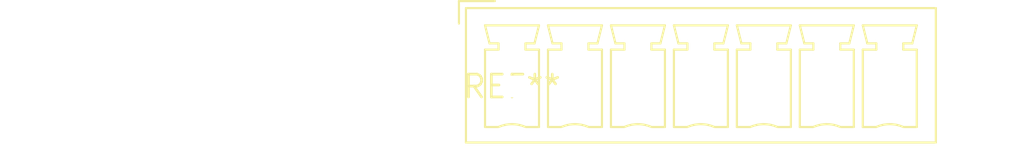
<source format=kicad_pcb>
(kicad_pcb (version 20240108) (generator pcbnew)
  (layers (0 "F.Cu" signal) (31 "B.Cu" signal) (34 "B.Paste" user) (35 "F.Paste" user) (36 "B.SilkS" user "B.Silkscreen") (37 "F.SilkS" user "F.Silkscreen") (38 "B.Mask" user) (39 "F.Mask" user) (44 "Edge.Cuts" user))
  (net 0 "")
  (footprint "PhoenixContact_MCV_1,5_7-G-3.5_1x07_P3.50mm_Vertical" (layer "F.Cu") (at 0 0)
    (property "Reference" "REF**")
    (property "Value" "PhoenixContact_MCV_1,5_7-G-3.5_1x07_P3.50mm_Vertical")
    (fp_line (start -2.95 -4.75) (end -0.95 -4.75) (layer "F.SilkS") (stroke (width 0.12)))
    (fp_line (start -2.95 -3.5) (end -2.95 -4.75) (layer "F.SilkS") (stroke (width 0.12)))
    (fp_line (start -2.56 -4.36) (end -2.56 3.11) (layer "F.SilkS") (stroke (width 0.12)))
    (fp_line (start -2.56 3.11) (end 23.56 3.11) (layer "F.SilkS") (stroke (width 0.12)))
    (fp_line (start -1.5 -3.4) (end 1.5 -3.4) (layer "F.SilkS") (stroke (width 0.12)))
    (fp_line (start -1.5 -2.05) (end -0.75 -2.05) (layer "F.SilkS") (stroke (width 0.12)))
    (fp_line (start -1.5 2.25) (end -1.5 -2.05) (layer "F.SilkS") (stroke (width 0.12)))
    (fp_line (start -1.25 -2.4) (end -1.5 -3.4) (layer "F.SilkS") (stroke (width 0.12)))
    (fp_line (start -0.75 -2.4) (end -1.25 -2.4) (layer "F.SilkS") (stroke (width 0.12)))
    (fp_line (start -0.75 -2.05) (end -0.75 -2.4) (layer "F.SilkS") (stroke (width 0.12)))
    (fp_line (start -0.75 2.25) (end -1.5 2.25) (layer "F.SilkS") (stroke (width 0.12)))
    (fp_line (start 0.75 -2.4) (end 0.75 -2.05) (layer "F.SilkS") (stroke (width 0.12)))
    (fp_line (start 0.75 -2.05) (end 1.5 -2.05) (layer "F.SilkS") (stroke (width 0.12)))
    (fp_line (start 1.25 -2.4) (end 0.75 -2.4) (layer "F.SilkS") (stroke (width 0.12)))
    (fp_line (start 1.5 -3.4) (end 1.25 -2.4) (layer "F.SilkS") (stroke (width 0.12)))
    (fp_line (start 1.5 -2.05) (end 1.5 2.25) (layer "F.SilkS") (stroke (width 0.12)))
    (fp_line (start 1.5 2.25) (end 0.75 2.25) (layer "F.SilkS") (stroke (width 0.12)))
    (fp_line (start 2 -3.4) (end 5 -3.4) (layer "F.SilkS") (stroke (width 0.12)))
    (fp_line (start 2 -2.05) (end 2.75 -2.05) (layer "F.SilkS") (stroke (width 0.12)))
    (fp_line (start 2 2.25) (end 2 -2.05) (layer "F.SilkS") (stroke (width 0.12)))
    (fp_line (start 2.25 -2.4) (end 2 -3.4) (layer "F.SilkS") (stroke (width 0.12)))
    (fp_line (start 2.75 -2.4) (end 2.25 -2.4) (layer "F.SilkS") (stroke (width 0.12)))
    (fp_line (start 2.75 -2.05) (end 2.75 -2.4) (layer "F.SilkS") (stroke (width 0.12)))
    (fp_line (start 2.75 2.25) (end 2 2.25) (layer "F.SilkS") (stroke (width 0.12)))
    (fp_line (start 4.25 -2.4) (end 4.25 -2.05) (layer "F.SilkS") (stroke (width 0.12)))
    (fp_line (start 4.25 -2.05) (end 5 -2.05) (layer "F.SilkS") (stroke (width 0.12)))
    (fp_line (start 4.75 -2.4) (end 4.25 -2.4) (layer "F.SilkS") (stroke (width 0.12)))
    (fp_line (start 5 -3.4) (end 4.75 -2.4) (layer "F.SilkS") (stroke (width 0.12)))
    (fp_line (start 5 -2.05) (end 5 2.25) (layer "F.SilkS") (stroke (width 0.12)))
    (fp_line (start 5 2.25) (end 4.25 2.25) (layer "F.SilkS") (stroke (width 0.12)))
    (fp_line (start 5.5 -3.4) (end 8.5 -3.4) (layer "F.SilkS") (stroke (width 0.12)))
    (fp_line (start 5.5 -2.05) (end 6.25 -2.05) (layer "F.SilkS") (stroke (width 0.12)))
    (fp_line (start 5.5 2.25) (end 5.5 -2.05) (layer "F.SilkS") (stroke (width 0.12)))
    (fp_line (start 5.75 -2.4) (end 5.5 -3.4) (layer "F.SilkS") (stroke (width 0.12)))
    (fp_line (start 6.25 -2.4) (end 5.75 -2.4) (layer "F.SilkS") (stroke (width 0.12)))
    (fp_line (start 6.25 -2.05) (end 6.25 -2.4) (layer "F.SilkS") (stroke (width 0.12)))
    (fp_line (start 6.25 2.25) (end 5.5 2.25) (layer "F.SilkS") (stroke (width 0.12)))
    (fp_line (start 7.75 -2.4) (end 7.75 -2.05) (layer "F.SilkS") (stroke (width 0.12)))
    (fp_line (start 7.75 -2.05) (end 8.5 -2.05) (layer "F.SilkS") (stroke (width 0.12)))
    (fp_line (start 8.25 -2.4) (end 7.75 -2.4) (layer "F.SilkS") (stroke (width 0.12)))
    (fp_line (start 8.5 -3.4) (end 8.25 -2.4) (layer "F.SilkS") (stroke (width 0.12)))
    (fp_line (start 8.5 -2.05) (end 8.5 2.25) (layer "F.SilkS") (stroke (width 0.12)))
    (fp_line (start 8.5 2.25) (end 7.75 2.25) (layer "F.SilkS") (stroke (width 0.12)))
    (fp_line (start 9 -3.4) (end 12 -3.4) (layer "F.SilkS") (stroke (width 0.12)))
    (fp_line (start 9 -2.05) (end 9.75 -2.05) (layer "F.SilkS") (stroke (width 0.12)))
    (fp_line (start 9 2.25) (end 9 -2.05) (layer "F.SilkS") (stroke (width 0.12)))
    (fp_line (start 9.25 -2.4) (end 9 -3.4) (layer "F.SilkS") (stroke (width 0.12)))
    (fp_line (start 9.75 -2.4) (end 9.25 -2.4) (layer "F.SilkS") (stroke (width 0.12)))
    (fp_line (start 9.75 -2.05) (end 9.75 -2.4) (layer "F.SilkS") (stroke (width 0.12)))
    (fp_line (start 9.75 2.25) (end 9 2.25) (layer "F.SilkS") (stroke (width 0.12)))
    (fp_line (start 11.25 -2.4) (end 11.25 -2.05) (layer "F.SilkS") (stroke (width 0.12)))
    (fp_line (start 11.25 -2.05) (end 12 -2.05) (layer "F.SilkS") (stroke (width 0.12)))
    (fp_line (start 11.75 -2.4) (end 11.25 -2.4) (layer "F.SilkS") (stroke (width 0.12)))
    (fp_line (start 12 -3.4) (end 11.75 -2.4) (layer "F.SilkS") (stroke (width 0.12)))
    (fp_line (start 12 -2.05) (end 12 2.25) (layer "F.SilkS") (stroke (width 0.12)))
    (fp_line (start 12 2.25) (end 11.25 2.25) (layer "F.SilkS") (stroke (width 0.12)))
    (fp_line (start 12.5 -3.4) (end 15.5 -3.4) (layer "F.SilkS") (stroke (width 0.12)))
    (fp_line (start 12.5 -2.05) (end 13.25 -2.05) (layer "F.SilkS") (stroke (width 0.12)))
    (fp_line (start 12.5 2.25) (end 12.5 -2.05) (layer "F.SilkS") (stroke (width 0.12)))
    (fp_line (start 12.75 -2.4) (end 12.5 -3.4) (layer "F.SilkS") (stroke (width 0.12)))
    (fp_line (start 13.25 -2.4) (end 12.75 -2.4) (layer "F.SilkS") (stroke (width 0.12)))
    (fp_line (start 13.25 -2.05) (end 13.25 -2.4) (layer "F.SilkS") (stroke (width 0.12)))
    (fp_line (start 13.25 2.25) (end 12.5 2.25) (layer "F.SilkS") (stroke (width 0.12)))
    (fp_line (start 14.75 -2.4) (end 14.75 -2.05) (layer "F.SilkS") (stroke (width 0.12)))
    (fp_line (start 14.75 -2.05) (end 15.5 -2.05) (layer "F.SilkS") (stroke (width 0.12)))
    (fp_line (start 15.25 -2.4) (end 14.75 -2.4) (layer "F.SilkS") (stroke (width 0.12)))
    (fp_line (start 15.5 -3.4) (end 15.25 -2.4) (layer "F.SilkS") (stroke (width 0.12)))
    (fp_line (start 15.5 -2.05) (end 15.5 2.25) (layer "F.SilkS") (stroke (width 0.12)))
    (fp_line (start 15.5 2.25) (end 14.75 2.25) (layer "F.SilkS") (stroke (width 0.12)))
    (fp_line (start 16 -3.4) (end 19 -3.4) (layer "F.SilkS") (stroke (width 0.12)))
    (fp_line (start 16 -2.05) (end 16.75 -2.05) (layer "F.SilkS") (stroke (width 0.12)))
    (fp_line (start 16 2.25) (end 16 -2.05) (layer "F.SilkS") (stroke (width 0.12)))
    (fp_line (start 16.25 -2.4) (end 16 -3.4) (layer "F.SilkS") (stroke (width 0.12)))
    (fp_line (start 16.75 -2.4) (end 16.25 -2.4) (layer "F.SilkS") (stroke (width 0.12)))
    (fp_line (start 16.75 -2.05) (end 16.75 -2.4) (layer "F.SilkS") (stroke (width 0.12)))
    (fp_line (start 16.75 2.25) (end 16 2.25) (layer "F.SilkS") (stroke (width 0.12)))
    (fp_line (start 18.25 -2.4) (end 18.25 -2.05) (layer "F.SilkS") (stroke (width 0.12)))
    (fp_line (start 18.25 -2.05) (end 19 -2.05) (layer "F.SilkS") (stroke (width 0.12)))
    (fp_line (start 18.75 -2.4) (end 18.25 -2.4) (layer "F.SilkS") (stroke (width 0.12)))
    (fp_line (start 19 -3.4) (end 18.75 -2.4) (layer "F.SilkS") (stroke (width 0.12)))
    (fp_line (start 19 -2.05) (end 19 2.25) (layer "F.SilkS") (stroke (width 0.12)))
    (fp_line (start 19 2.25) (end 18.25 2.25) (layer "F.SilkS") (stroke (width 0.12)))
    (fp_line (start 19.5 -3.4) (end 22.5 -3.4) (layer "F.SilkS") (stroke (width 0.12)))
    (fp_line (start 19.5 -2.05) (end 20.25 -2.05) (layer "F.SilkS") (stroke (width 0.12)))
    (fp_line (start 19.5 2.25) (end 19.5 -2.05) (layer "F.SilkS") (stroke (width 0.12)))
    (fp_line (start 19.75 -2.4) (end 19.5 -3.4) (layer "F.SilkS") (stroke (width 0.12)))
    (fp_line (start 20.25 -2.4) (end 19.75 -2.4) (layer "F.SilkS") (stroke (width 0.12)))
    (fp_line (start 20.25 -2.05) (end 20.25 -2.4) (layer "F.SilkS") (stroke (width 0.12)))
    (fp_line (start 20.25 2.25) (end 19.5 2.25) (layer "F.SilkS") (stroke (width 0.12)))
    (fp_line (start 21.75 -2.4) (end 21.75 -2.05) (layer "F.SilkS") (stroke (width 0.12)))
    (fp_line (start 21.75 -2.05) (end 22.5 -2.05) (layer "F.SilkS") (stroke (width 0.12)))
    (fp_line (start 22.25 -2.4) (end 21.75 -2.4) (layer "F.SilkS") (stroke (width 0.12)))
    (fp_line (start 22.5 -3.4) (end 22.25 -2.4) (layer "F.SilkS") (stroke (width 0.12)))
    (fp_line (start 22.5 -2.05) (end 22.5 2.25) (layer "F.SilkS") (stroke (width 0.12)))
    (fp_line (start 22.5 2.25) (end 21.75 2.25) (layer "F.SilkS") (stroke (width 0.12)))
    (fp_line (start 23.56 -4.36) (end -2.56 -4.36) (layer "F.SilkS") (stroke (width 0.12)))
    (fp_line (start 23.56 3.11) (end 23.56 -4.36) (layer "F.SilkS") (stroke (width 0.12)))
    (fp_arc (start -0.75 2.25) (mid -0.000193 2.09191) (end 0.749647 2.249844) (layer "F.SilkS") (stroke (width 0.12)))
    (fp_arc (start 2.75 2.25) (mid 3.499807 2.09191) (end 4.249647 2.249844) (layer "F.SilkS") (stroke (width 0.12)))
    (fp_arc (start 6.25 2.25) (mid 6.999807 2.09191) (end 7.749647 2.249844) (layer "F.SilkS") (stroke (width 0.12)))
    (fp_arc (start 9.75 2.25) (mid 10.499807 2.09191) (end 11.249647 2.249844) (layer "F.SilkS") (stroke (width 0.12)))
    (fp_arc (start 13.25 2.25) (mid 13.999807 2.09191) (end 14.749647 2.249844) (layer "F.SilkS") (stroke (width 0.12)))
    (fp_arc (start 16.75 2.25) (mid 17.499807 2.09191) (end 18.249647 2.249844) (layer "F.SilkS") (stroke (width 0.12)))
    (fp_arc (start 20.25 2.25) (mid 20.999807 2.09191) (end 21.749647 2.249844) (layer "F.SilkS") (stroke (width 0.12)))
    (pad "1" thru_hole roundrect (at 0 0) (size 1.8 3.6) (drill 1.2) (layers *.Cu *.Mask) (remove_unused_layers) (roundrect_rratio 0.138889))
    (pad "2" thru_hole oval (at 3.5 0) (size 1.8 3.6) (drill 1.2) (layers *.Cu *.Mask) (remove_unused_layers))
    (pad "3" thru_hole oval (at 7 0) (size 1.8 3.6) (drill 1.2) (layers *.Cu *.Mask) (remove_unused_layers))
    (pad "4" thru_hole oval (at 10.5 0) (size 1.8 3.6) (drill 1.2) (layers *.Cu *.Mask) (remove_unused_layers))
    (pad "5" thru_hole oval (at 14 0) (size 1.8 3.6) (drill 1.2) (layers *.Cu *.Mask) (remove_unused_layers))
    (pad "6" thru_hole oval (at 17.5 0) (size 1.8 3.6) (drill 1.2) (layers *.Cu *.Mask) (remove_unused_layers))
    (pad "7" thru_hole oval (at 21 0) (size 1.8 3.6) (drill 1.2) (layers *.Cu *.Mask) (remove_unused_layers))
  )
)
</source>
